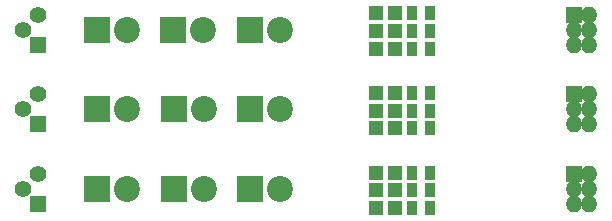
<source format=gbs>
G04 #@! TF.GenerationSoftware,KiCad,Pcbnew,(5.0.0)*
G04 #@! TF.CreationDate,2019-02-18T12:30:38-08:00*
G04 #@! TF.ProjectId,mlab100_LEDPCB_1.6,6D6C61623130305F4C45445043425F31,rev?*
G04 #@! TF.SameCoordinates,Original*
G04 #@! TF.FileFunction,Soldermask,Bot*
G04 #@! TF.FilePolarity,Negative*
%FSLAX46Y46*%
G04 Gerber Fmt 4.6, Leading zero omitted, Abs format (unit mm)*
G04 Created by KiCad (PCBNEW (5.0.0)) date 02/18/19 12:30:38*
%MOMM*%
%LPD*%
G01*
G04 APERTURE LIST*
%ADD10R,1.400000X1.400000*%
%ADD11O,1.400000X1.400000*%
%ADD12R,2.200000X2.200000*%
%ADD13C,2.200000*%
%ADD14C,1.400000*%
%ADD15R,1.200000X1.200000*%
%ADD16R,0.900000X1.300000*%
G04 APERTURE END LIST*
D10*
G04 #@! TO.C,J15*
X48230000Y-8360000D03*
D11*
X49500000Y-8360000D03*
X48230000Y-9630000D03*
X49500000Y-9630000D03*
X48230000Y-10900000D03*
X49500000Y-10900000D03*
G04 #@! TD*
D12*
G04 #@! TO.C,D4*
X20800000Y-16380000D03*
D13*
X23340000Y-16380000D03*
G04 #@! TD*
D12*
G04 #@! TO.C,D1*
X7800000Y-16380000D03*
D13*
X10340000Y-16380000D03*
G04 #@! TD*
G04 #@! TO.C,D5*
X10340000Y-9630000D03*
D12*
X7800000Y-9630000D03*
G04 #@! TD*
D13*
G04 #@! TO.C,D2*
X16850000Y-16380000D03*
D12*
X14310000Y-16380000D03*
G04 #@! TD*
D13*
G04 #@! TO.C,D8*
X16850000Y-9630000D03*
D12*
X14310000Y-9630000D03*
G04 #@! TD*
G04 #@! TO.C,D9*
X20800000Y-9630000D03*
D13*
X23340000Y-9630000D03*
G04 #@! TD*
G04 #@! TO.C,D10*
X10340000Y-2890000D03*
D12*
X7800000Y-2890000D03*
G04 #@! TD*
G04 #@! TO.C,D11*
X14300000Y-2890000D03*
D13*
X16840000Y-2890000D03*
G04 #@! TD*
D12*
G04 #@! TO.C,D12*
X20800000Y-2890000D03*
D13*
X23340000Y-2890000D03*
G04 #@! TD*
D11*
G04 #@! TO.C,J14*
X49500000Y-17650000D03*
X48230000Y-17650000D03*
X49500000Y-16380000D03*
X48230000Y-16380000D03*
X49500000Y-15110000D03*
D10*
X48230000Y-15110000D03*
G04 #@! TD*
D11*
G04 #@! TO.C,J16*
X49500000Y-4160000D03*
X48230000Y-4160000D03*
X49500000Y-2890000D03*
X48230000Y-2890000D03*
X49500000Y-1620000D03*
D10*
X48230000Y-1620000D03*
G04 #@! TD*
G04 #@! TO.C,U4*
X2820000Y-17650000D03*
D14*
X2820000Y-15110000D03*
X1550000Y-16380000D03*
G04 #@! TD*
G04 #@! TO.C,U5*
X1550000Y-9630000D03*
X2820000Y-8360000D03*
D10*
X2820000Y-10900000D03*
G04 #@! TD*
G04 #@! TO.C,U6*
X2820000Y-4160000D03*
D14*
X2820000Y-1620000D03*
X1550000Y-2890000D03*
G04 #@! TD*
D15*
G04 #@! TO.C,D3*
X31450000Y-16500000D03*
X33050000Y-16500000D03*
G04 #@! TD*
G04 #@! TO.C,D6*
X33050000Y-15000000D03*
X31450000Y-15000000D03*
G04 #@! TD*
G04 #@! TO.C,D7*
X33050000Y-18000000D03*
X31450000Y-18000000D03*
G04 #@! TD*
G04 #@! TO.C,D13*
X33050000Y-9750000D03*
X31450000Y-9750000D03*
G04 #@! TD*
G04 #@! TO.C,D14*
X33050000Y-8250000D03*
X31450000Y-8250000D03*
G04 #@! TD*
G04 #@! TO.C,D15*
X31450000Y-11250000D03*
X33050000Y-11250000D03*
G04 #@! TD*
G04 #@! TO.C,D16*
X31450000Y-3000000D03*
X33050000Y-3000000D03*
G04 #@! TD*
G04 #@! TO.C,D17*
X33050000Y-1500000D03*
X31450000Y-1500000D03*
G04 #@! TD*
G04 #@! TO.C,D18*
X33050000Y-4500000D03*
X31450000Y-4500000D03*
G04 #@! TD*
D16*
G04 #@! TO.C,R4*
X34500000Y-16500000D03*
X36000000Y-16500000D03*
G04 #@! TD*
G04 #@! TO.C,R5*
X36000000Y-15000000D03*
X34500000Y-15000000D03*
G04 #@! TD*
G04 #@! TO.C,R6*
X36000000Y-18000000D03*
X34500000Y-18000000D03*
G04 #@! TD*
G04 #@! TO.C,R7*
X34500000Y-9750000D03*
X36000000Y-9750000D03*
G04 #@! TD*
G04 #@! TO.C,R8*
X36000000Y-8250000D03*
X34500000Y-8250000D03*
G04 #@! TD*
G04 #@! TO.C,R9*
X36000000Y-11250000D03*
X34500000Y-11250000D03*
G04 #@! TD*
G04 #@! TO.C,R10*
X34500000Y-3000000D03*
X36000000Y-3000000D03*
G04 #@! TD*
G04 #@! TO.C,R11*
X36000000Y-1500000D03*
X34500000Y-1500000D03*
G04 #@! TD*
G04 #@! TO.C,R12*
X36000000Y-4500000D03*
X34500000Y-4500000D03*
G04 #@! TD*
M02*

</source>
